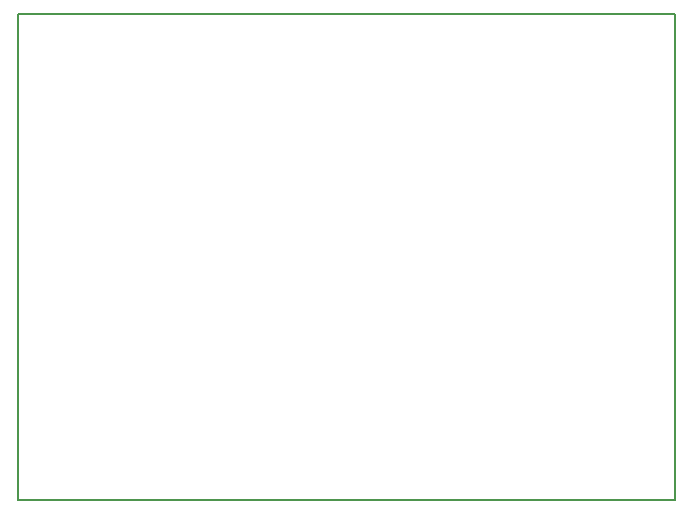
<source format=gbr>
%TF.GenerationSoftware,KiCad,Pcbnew,6.0.7-f9a2dced07~116~ubuntu22.04.1*%
%TF.CreationDate,2022-08-22T18:57:46+02:00*%
%TF.ProjectId,First,46697273-742e-46b6-9963-61645f706362,rev?*%
%TF.SameCoordinates,Original*%
%TF.FileFunction,Profile,NP*%
%FSLAX46Y46*%
G04 Gerber Fmt 4.6, Leading zero omitted, Abs format (unit mm)*
G04 Created by KiCad (PCBNEW 6.0.7-f9a2dced07~116~ubuntu22.04.1) date 2022-08-22 18:57:46*
%MOMM*%
%LPD*%
G01*
G04 APERTURE LIST*
%TA.AperFunction,Profile*%
%ADD10C,0.200000*%
%TD*%
G04 APERTURE END LIST*
D10*
X150368000Y-37084000D02*
X94742000Y-37084000D01*
X94742000Y-37084000D02*
X94742000Y-78232000D01*
X94742000Y-78232000D02*
X150368000Y-78232000D01*
X150368000Y-78232000D02*
X150368000Y-37084000D01*
M02*

</source>
